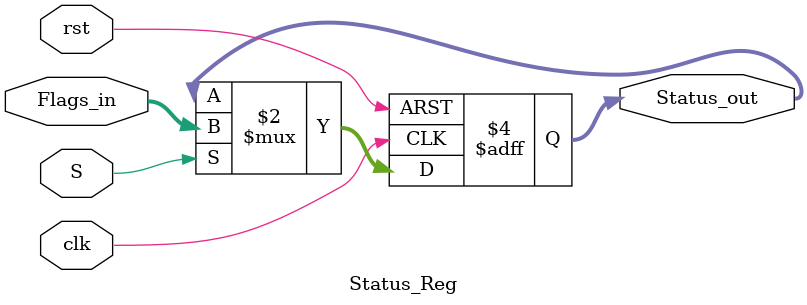
<source format=v>
module Status_Reg (
    input  wire        clk,
    input  wire        rst,
    input  wire        S,
    input  wire [3:0]  Flags_in,
    output reg  [3:0]  Status_out
);

    always @(posedge clk or posedge rst) begin
        if (rst)
            Status_out <= 4'b0000;
        else if (S)
            Status_out <= Flags_in;
        // else: hold value automatically
    end

endmodule

</source>
